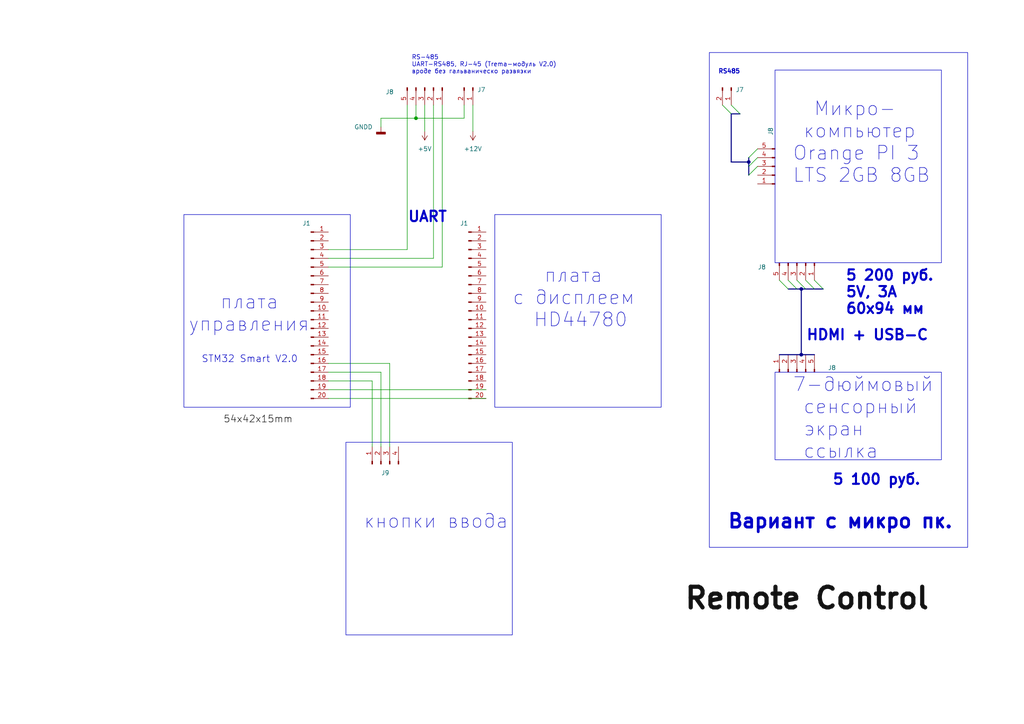
<source format=kicad_sch>
(kicad_sch (version 20230409) (generator eeschema)
  (paper "A4")
  (title_block (title "https://github.com/vlasikov/PCB-KiCad-EcoStrada"))
  (lib_symbols
    (symbol "Connector:Conn_01x02_Male" (pin_names (offset 1.016) hide)
      (property "Reference" "J" (at 0 2.54 0))
      (property "Value" "Conn_01x02_Male" (at 0 -5.08 0))
      (symbol "Conn_01x02_Male_1_1"
        (polyline (pts (xy 1.27 -2.54) (xy 0.8636 -2.54)) (stroke (width 0.1524)))
        (polyline (pts (xy 1.27 0) (xy 0.8636 0)) (stroke (width 0.1524)))
        (rectangle (start 0.8636 -2.413) (end 0 -2.667) (stroke (width 0.1524)) (fill (type outline)))
        (rectangle (start 0.8636 0.127) (end 0 -0.127) (stroke (width 0.1524)) (fill (type outline)))
        (pin passive line (at 5.08 0 180) (length 3.81) (name "Pin_1") (number "1"))
        (pin passive line (at 5.08 -2.54 180) (length 3.81) (name "Pin_2") (number "2"))
      )
    )
    (symbol "Connector:Conn_01x04_Male" (pin_names (offset 1.016) hide)
      (property "Reference" "J" (at 0 5.08 0))
      (property "Value" "Conn_01x04_Male" (at 0 -7.62 0))
      (symbol "Conn_01x04_Male_1_1"
        (polyline (pts (xy 1.27 -5.08) (xy 0.8636 -5.08)) (stroke (width 0.1524)))
        (polyline (pts (xy 1.27 -2.54) (xy 0.8636 -2.54)) (stroke (width 0.1524)))
        (polyline (pts (xy 1.27 0) (xy 0.8636 0)) (stroke (width 0.1524)))
        (polyline (pts (xy 1.27 2.54) (xy 0.8636 2.54)) (stroke (width 0.1524)))
        (rectangle (start 0.8636 -4.953) (end 0 -5.207) (stroke (width 0.1524)) (fill (type outline)))
        (rectangle (start 0.8636 -2.413) (end 0 -2.667) (stroke (width 0.1524)) (fill (type outline)))
        (rectangle (start 0.8636 0.127) (end 0 -0.127) (stroke (width 0.1524)) (fill (type outline)))
        (rectangle (start 0.8636 2.667) (end 0 2.413) (stroke (width 0.1524)) (fill (type outline)))
        (pin passive line (at 5.08 2.54 180) (length 3.81) (name "Pin_1") (number "1"))
        (pin passive line (at 5.08 0 180) (length 3.81) (name "Pin_2") (number "2"))
        (pin passive line (at 5.08 -2.54 180) (length 3.81) (name "Pin_3") (number "3"))
        (pin passive line (at 5.08 -5.08 180) (length 3.81) (name "Pin_4") (number "4"))
      )
    )
    (symbol "Connector:Conn_01x05_Male" (pin_names (offset 1.016) hide)
      (property "Reference" "J" (at 0 7.62 0))
      (property "Value" "Conn_01x05_Male" (at 0 -7.62 0))
      (symbol "Conn_01x05_Male_1_1"
        (polyline (pts (xy 1.27 -5.08) (xy 0.8636 -5.08)) (stroke (width 0.1524)))
        (polyline (pts (xy 1.27 -2.54) (xy 0.8636 -2.54)) (stroke (width 0.1524)))
        (polyline (pts (xy 1.27 0) (xy 0.8636 0)) (stroke (width 0.1524)))
        (polyline (pts (xy 1.27 2.54) (xy 0.8636 2.54)) (stroke (width 0.1524)))
        (polyline (pts (xy 1.27 5.08) (xy 0.8636 5.08)) (stroke (width 0.1524)))
        (rectangle (start 0.8636 -4.953) (end 0 -5.207) (stroke (width 0.1524)) (fill (type outline)))
        (rectangle (start 0.8636 -2.413) (end 0 -2.667) (stroke (width 0.1524)) (fill (type outline)))
        (rectangle (start 0.8636 0.127) (end 0 -0.127) (stroke (width 0.1524)) (fill (type outline)))
        (rectangle (start 0.8636 2.667) (end 0 2.413) (stroke (width 0.1524)) (fill (type outline)))
        (rectangle (start 0.8636 5.207) (end 0 4.953) (stroke (width 0.1524)) (fill (type outline)))
        (pin passive line (at 5.08 5.08 180) (length 3.81) (name "Pin_1") (number "1"))
        (pin passive line (at 5.08 2.54 180) (length 3.81) (name "Pin_2") (number "2"))
        (pin passive line (at 5.08 0 180) (length 3.81) (name "Pin_3") (number "3"))
        (pin passive line (at 5.08 -2.54 180) (length 3.81) (name "Pin_4") (number "4"))
        (pin passive line (at 5.08 -5.08 180) (length 3.81) (name "Pin_5") (number "5"))
      )
    )
    (symbol "Connector:Conn_01x20_Male" (pin_names (offset 1.016) hide)
      (property "Reference" "J" (at 0 25.4 0))
      (property "Value" "Conn_01x20_Male" (at 0 -27.94 0))
      (symbol "Conn_01x20_Male_1_1"
        (polyline (pts (xy 1.27 -25.4) (xy 0.8636 -25.4)) (stroke (width 0.1524)))
        (polyline (pts (xy 1.27 -22.86) (xy 0.8636 -22.86)) (stroke (width 0.1524)))
        (polyline (pts (xy 1.27 -20.32) (xy 0.8636 -20.32)) (stroke (width 0.1524)))
        (polyline (pts (xy 1.27 -17.78) (xy 0.8636 -17.78)) (stroke (width 0.1524)))
        (polyline (pts (xy 1.27 -15.24) (xy 0.8636 -15.24)) (stroke (width 0.1524)))
        (polyline (pts (xy 1.27 -12.7) (xy 0.8636 -12.7)) (stroke (width 0.1524)))
        (polyline (pts (xy 1.27 -10.16) (xy 0.8636 -10.16)) (stroke (width 0.1524)))
        (polyline (pts (xy 1.27 -7.62) (xy 0.8636 -7.62)) (stroke (width 0.1524)))
        (polyline (pts (xy 1.27 -5.08) (xy 0.8636 -5.08)) (stroke (width 0.1524)))
        (polyline (pts (xy 1.27 -2.54) (xy 0.8636 -2.54)) (stroke (width 0.1524)))
        (polyline (pts (xy 1.27 0) (xy 0.8636 0)) (stroke (width 0.1524)))
        (polyline (pts (xy 1.27 2.54) (xy 0.8636 2.54)) (stroke (width 0.1524)))
        (polyline (pts (xy 1.27 5.08) (xy 0.8636 5.08)) (stroke (width 0.1524)))
        (polyline (pts (xy 1.27 7.62) (xy 0.8636 7.62)) (stroke (width 0.1524)))
        (polyline (pts (xy 1.27 10.16) (xy 0.8636 10.16)) (stroke (width 0.1524)))
        (polyline (pts (xy 1.27 12.7) (xy 0.8636 12.7)) (stroke (width 0.1524)))
        (polyline (pts (xy 1.27 15.24) (xy 0.8636 15.24)) (stroke (width 0.1524)))
        (polyline (pts (xy 1.27 17.78) (xy 0.8636 17.78)) (stroke (width 0.1524)))
        (polyline (pts (xy 1.27 20.32) (xy 0.8636 20.32)) (stroke (width 0.1524)))
        (polyline (pts (xy 1.27 22.86) (xy 0.8636 22.86)) (stroke (width 0.1524)))
        (rectangle (start 0.8636 -25.273) (end 0 -25.527) (stroke (width 0.1524)) (fill (type outline)))
        (rectangle (start 0.8636 -22.733) (end 0 -22.987) (stroke (width 0.1524)) (fill (type outline)))
        (rectangle (start 0.8636 -20.193) (end 0 -20.447) (stroke (width 0.1524)) (fill (type outline)))
        (rectangle (start 0.8636 -17.653) (end 0 -17.907) (stroke (width 0.1524)) (fill (type outline)))
        (rectangle (start 0.8636 -15.113) (end 0 -15.367) (stroke (width 0.1524)) (fill (type outline)))
        (rectangle (start 0.8636 -12.573) (end 0 -12.827) (stroke (width 0.1524)) (fill (type outline)))
        (rectangle (start 0.8636 -10.033) (end 0 -10.287) (stroke (width 0.1524)) (fill (type outline)))
        (rectangle (start 0.8636 -7.493) (end 0 -7.747) (stroke (width 0.1524)) (fill (type outline)))
        (rectangle (start 0.8636 -4.953) (end 0 -5.207) (stroke (width 0.1524)) (fill (type outline)))
        (rectangle (start 0.8636 -2.413) (end 0 -2.667) (stroke (width 0.1524)) (fill (type outline)))
        (rectangle (start 0.8636 0.127) (end 0 -0.127) (stroke (width 0.1524)) (fill (type outline)))
        (rectangle (start 0.8636 2.667) (end 0 2.413) (stroke (width 0.1524)) (fill (type outline)))
        (rectangle (start 0.8636 5.207) (end 0 4.953) (stroke (width 0.1524)) (fill (type outline)))
        (rectangle (start 0.8636 7.747) (end 0 7.493) (stroke (width 0.1524)) (fill (type outline)))
        (rectangle (start 0.8636 10.287) (end 0 10.033) (stroke (width 0.1524)) (fill (type outline)))
        (rectangle (start 0.8636 12.827) (end 0 12.573) (stroke (width 0.1524)) (fill (type outline)))
        (rectangle (start 0.8636 15.367) (end 0 15.113) (stroke (width 0.1524)) (fill (type outline)))
        (rectangle (start 0.8636 17.907) (end 0 17.653) (stroke (width 0.1524)) (fill (type outline)))
        (rectangle (start 0.8636 20.447) (end 0 20.193) (stroke (width 0.1524)) (fill (type outline)))
        (rectangle (start 0.8636 22.987) (end 0 22.733) (stroke (width 0.1524)) (fill (type outline)))
        (pin passive line (at 5.08 22.86 180) (length 3.81) (name "Pin_1") (number "1"))
        (pin passive line (at 5.08 0 180) (length 3.81) (name "Pin_10") (number "10"))
        (pin passive line (at 5.08 -2.54 180) (length 3.81) (name "Pin_11") (number "11"))
        (pin passive line (at 5.08 -5.08 180) (length 3.81) (name "Pin_12") (number "12"))
        (pin passive line (at 5.08 -7.62 180) (length 3.81) (name "Pin_13") (number "13"))
        (pin passive line (at 5.08 -10.16 180) (length 3.81) (name "Pin_14") (number "14"))
        (pin passive line (at 5.08 -12.7 180) (length 3.81) (name "Pin_15") (number "15"))
        (pin passive line (at 5.08 -15.24 180) (length 3.81) (name "Pin_16") (number "16"))
        (pin passive line (at 5.08 -17.78 180) (length 3.81) (name "Pin_17") (number "17"))
        (pin passive line (at 5.08 -20.32 180) (length 3.81) (name "Pin_18") (number "18"))
        (pin passive line (at 5.08 -22.86 180) (length 3.81) (name "Pin_19") (number "19"))
        (pin passive line (at 5.08 20.32 180) (length 3.81) (name "Pin_2") (number "2"))
        (pin passive line (at 5.08 -25.4 180) (length 3.81) (name "Pin_20") (number "20"))
        (pin passive line (at 5.08 17.78 180) (length 3.81) (name "Pin_3") (number "3"))
        (pin passive line (at 5.08 15.24 180) (length 3.81) (name "Pin_4") (number "4"))
        (pin passive line (at 5.08 12.7 180) (length 3.81) (name "Pin_5") (number "5"))
        (pin passive line (at 5.08 10.16 180) (length 3.81) (name "Pin_6") (number "6"))
        (pin passive line (at 5.08 7.62 180) (length 3.81) (name "Pin_7") (number "7"))
        (pin passive line (at 5.08 5.08 180) (length 3.81) (name "Pin_8") (number "8"))
        (pin passive line (at 5.08 2.54 180) (length 3.81) (name "Pin_9") (number "9"))
      )
    )
    (symbol "power:+12V" (power) (pin_names (offset 0))
      (property "Value" "+12V" (at 0 3.556 0))
      (symbol "+12V_0_1"
        (polyline (pts (xy -0.762 1.27) (xy 0 2.54)))
        (polyline (pts (xy 0 0) (xy 0 2.54)))
        (polyline (pts (xy 0 2.54) (xy 0.762 1.27)))
      )
      (symbol "+12V_1_1"
        (pin power_in line (at 0 0 90) (length 0) hide (name "+12V") (number "1"))
      )
    )
    (symbol "power:+5V" (power) (pin_names (offset 0))
      (property "Value" "+5V" (at 0 3.556 0))
      (symbol "+5V_0_1"
        (polyline (pts (xy -0.762 1.27) (xy 0 2.54)))
        (polyline (pts (xy 0 0) (xy 0 2.54)))
        (polyline (pts (xy 0 2.54) (xy 0.762 1.27)))
      )
      (symbol "+5V_1_1"
        (pin power_in line (at 0 0 90) (length 0) hide (name "+5V") (number "1"))
      )
    )
    (symbol "power:GNDD" (power) (pin_names (offset 0))
      (property "Value" "GNDD" (at 0 -3.175 0))
      (symbol "GNDD_0_1"
        (rectangle (start -1.27 -1.524) (end 1.27 -2.032) (stroke (width 0.254)) (fill (type outline)))
        (polyline (pts (xy 0 0) (xy 0 -1.524)))
      )
      (symbol "GNDD_1_1"
        (pin power_in line (at 0 0 270) (length 0) hide (name "GNDD") (number "1"))
      )
    )
  )
  (junction (at 217.17 46.99))
  (junction (at 232.41 102.87))
  (junction (at 232.41 83.82))
  (junction (at 120.65 34.29))
  (bus_entry (at 219.71 43.18) (size -2.54 2.54))
  (bus_entry (at 212.09 30.48) (size 2.54 2.54))
  (bus_entry (at 236.22 81.28) (size 2.54 2.54))
  (bus_entry (at 228.6 81.28) (size 2.54 2.54))
  (bus_entry (at 233.68 81.28) (size 2.54 2.54))
  (bus_entry (at 231.14 81.28) (size 2.54 2.54))
  (bus_entry (at 209.55 30.48) (size 2.54 2.54))
  (bus_entry (at 219.71 48.26) (size -2.54 2.54))
  (bus_entry (at 226.06 81.28) (size 2.54 2.54))
  (bus_entry (at 219.71 45.72) (size -2.54 2.54))
  (bus (pts (xy 217.17 46.99) (xy 212.09 46.99)))
  (wire (pts (xy 110.49 34.29) (xy 120.65 34.29)))
  (wire (pts (xy 120.65 34.29) (xy 120.65 30.48)))
  (bus (pts (xy 226.06 102.87) (xy 232.41 102.87)))
  (bus (pts (xy 217.17 48.26) (xy 217.17 50.8)))
  (bus (pts (xy 228.6 83.82) (xy 231.14 83.82)))
  (wire (pts (xy 113.03 105.41) (xy 95.25 105.41)))
  (wire (pts (xy 110.49 129.54) (xy 110.49 107.95)))
  (bus (pts (xy 212.09 33.02) (xy 214.63 33.02)))
  (wire (pts (xy 128.27 77.47) (xy 95.25 77.47)))
  (wire (pts (xy 137.16 30.48) (xy 137.16 38.1)))
  (wire (pts (xy 125.73 74.93) (xy 95.25 74.93)))
  (bus (pts (xy 232.41 102.87) (xy 236.22 102.87)))
  (bus (pts (xy 236.22 83.82) (xy 238.76 83.82)))
  (wire (pts (xy 134.62 34.29) (xy 120.65 34.29)))
  (bus (pts (xy 217.17 45.72) (xy 217.17 46.99)))
  (bus (pts (xy 232.41 83.82) (xy 233.68 83.82)))
  (wire (pts (xy 110.49 36.83) (xy 110.49 34.29)))
  (bus (pts (xy 232.41 83.82) (xy 232.41 102.87)))
  (wire (pts (xy 107.95 110.49) (xy 95.25 110.49)))
  (bus (pts (xy 212.09 33.02) (xy 212.09 46.99)))
  (wire (pts (xy 95.25 115.57) (xy 140.97 115.57)))
  (wire (pts (xy 107.95 129.54) (xy 107.95 110.49)))
  (bus (pts (xy 231.14 83.82) (xy 232.41 83.82)))
  (wire (pts (xy 128.27 30.48) (xy 128.27 77.47)))
  (wire (pts (xy 123.19 30.48) (xy 123.19 38.1)))
  (wire (pts (xy 95.25 113.03) (xy 140.97 113.03)))
  (wire (pts (xy 118.11 72.39) (xy 95.25 72.39)))
  (bus (pts (xy 217.17 46.99) (xy 217.17 48.26)))
  (wire (pts (xy 110.49 107.95) (xy 95.25 107.95)))
  (wire (pts (xy 125.73 30.48) (xy 125.73 74.93)))
  (wire (pts (xy 113.03 129.54) (xy 113.03 105.41)))
  (bus (pts (xy 233.68 83.82) (xy 236.22 83.82)))
  (wire (pts (xy 118.11 30.48) (xy 118.11 72.39)))
  (wire (pts (xy 134.62 30.48) (xy 134.62 34.29)))
  (rectangle (start 224.79 20.32) (end 273.05 76.2))
  (rectangle (start 224.79 107.95) (end 273.05 133.35))
  (rectangle (start 100.33 128.27) (end 148.59 184.15))
  (rectangle (start 143.51 62.23) (end 191.77 118.11))
  (rectangle (start 205.74 15.24) (end 280.67 158.75))
  (rectangle (start 53.34 62.23) (end 101.6 118.11))
  (text "  Микро-\n компьютер \nOrange PI 3 \nLTS 2GB 8GB" (at 229.87 53.34 0) (effects (font (size 4 4)) (justify left bottom)))
  (text "HDMI + USB-C" (at 233.68 99.06 0) (effects (font (size 3 3) bold) (justify left bottom)))
  (text "RS-485\nUART-RS485, RJ-45 (Trema-модуль V2.0)\nвроде без гальваническо развязки" (at 119.38 21.59 0) (effects (font (size 1.27 1.27)) (justify left bottom)))
  (text "Вариант с микро пк." (at 210.82 153.67 0) (effects (font (size 4 4) bold) (justify left bottom)))
  (text "STM32 Smart V2.0" (at 58.42 105.41 0) (effects (font (size 2 2)) (justify left bottom)))
  (text "RS485" (at 208.28 21.59 0) (effects (font (size 1.27 1.27) bold) (justify left bottom)))
  (text "5 200 руб.\n5V, 3А\n60x94 мм" (at 245.11 91.44 0) (effects (font (size 3 3) bold) (justify left bottom)))
  (text "кнопки ввода" (at 105.41 153.67 0) (effects (font (size 4 4)) (justify left bottom)))
  (text "   плата\nc дисплеем\n  HD44780" (at 148.59 95.25 0) (effects (font (size 4 4)) (justify left bottom)))
  (text "7-дюймовый\n сенсорный \n экран\n ссылка" (at 229.87 133.35 0) (effects (font (size 4 4)) (justify left bottom)))
  (text "5 100 руб." (at 241.3 140.97 0) (effects (font (size 3 3) bold) (justify left bottom)))
  (text "UART" (at 118.11 64.77 0) (effects (font (size 3 3) bold) (justify left bottom)))
  (text "   плата\nуправления" (at 54.61 96.52 0) (effects (font (size 4 4)) (justify left bottom)))
  (label "Remote Control" (at 198.12 179.07 0) (effects (font (size 6 6) (thickness 1.2) bold)))
  (label "54x42x15mm" (at 64.77 123.19 0) (effects (font (size 2 2))))
  (symbol (lib_id "Connector:Conn_01x05_Male") (at 231.14 76.2 270) (unit 1)
    (property "Reference" "J8" (at 220.98 77.47 90))
    (property "Value" "Conn_01x05_Male" (effects hide))
    (instances (project "new" (path "" (reference "J8") (unit 1)) (path "" (reference "J15") (unit 1))))
  )
  (symbol (lib_id "power:+12V") (at 137.16 38.1 180) (unit 1)
    (property "Reference" "#PWR012" (effects hide))
    (property "Value" "+12V" (at 137.16 43.18 0))
    (instances (project "new" (path "" (reference "#PWR012") (unit 1)) (path "" (reference "#PWR020") (unit 1))))
  )
  (symbol (lib_id "power:GNDD") (at 110.49 36.83 0) (unit 1)
    (property "Reference" "#PWR011" (effects hide))
    (property "Value" "GNDD" (at 105.41 36.83 0))
    (instances (project "new" (path "" (reference "#PWR011") (unit 1)) (path "" (reference "#PWR013") (unit 1))))
  )
  (symbol (lib_id "Connector:Conn_01x05_Male") (at 224.79 48.26 180) (unit 1)
    (property "Reference" "J8" (at 223.52 38.1 90))
    (property "Value" "Conn_01x05_Male" (effects hide))
    (instances (project "new" (path "" (reference "J8") (unit 1)) (path "" (reference "J17") (unit 1))))
  )
  (symbol (lib_id "Connector:Conn_01x05_Male") (at 231.14 107.95 90) (unit 1)
    (property "Reference" "J8" (at 241.3 106.68 90))
    (property "Value" "Conn_01x05_Male" (effects hide))
    (instances (project "new" (path "" (reference "J8") (unit 1)) (path "" (reference "J16") (unit 1))))
  )
  (symbol (lib_id "Connector:Conn_01x20_Male") (at 90.17 90.17 0) (unit 1)
    (property "Reference" "J1" (at 88.9 64.77 0))
    (property "Value" "Conn_01x20_Male" (effects hide))
    (property "Footprint" "Connector_PinHeader_2.54mm:PinHeader_1x20_P2.54mm_Vertical" (effects hide))
    (instances (project "new" (path "" (reference "J1") (unit 1)) (path "" (reference "J6") (unit 1))))
  )
  (symbol (lib_id "Connector:Conn_01x05_Male") (at 123.19 25.4 270) (unit 1)
    (property "Reference" "J8" (at 113.03 26.67 90))
    (property "Value" "Conn_01x05_Male" (effects hide))
    (instances (project "new" (path "" (reference "J8") (unit 1)) (path "" (reference "J11") (unit 1))))
  )
  (symbol (lib_id "Connector:Conn_01x20_Male") (at 135.89 90.17 0) (unit 1)
    (property "Reference" "J1" (at 134.62 64.77 0))
    (property "Value" "Conn_01x20_Male" (effects hide))
    (property "Footprint" "Connector_PinHeader_2.54mm:PinHeader_1x20_P2.54mm_Vertical" (effects hide))
    (instances (project "new" (path "" (reference "J1") (unit 1)) (path "" (reference "J13") (unit 1))))
  )
  (symbol (lib_id "power:+5V") (at 123.19 38.1 180) (unit 1)
    (property "Reference" "#PWR010" (effects hide))
    (property "Value" "+5V" (at 123.19 43.18 0))
    (instances (project "new" (path "" (reference "#PWR010") (unit 1)) (path "" (reference "#PWR017") (unit 1))))
  )
  (symbol (lib_id "Connector:Conn_01x02_Male") (at 212.09 25.4 270) (unit 1)
    (property "Reference" "J7" (at 213.36 26.035 90) (effects (justify left)))
    (property "Value" "Conn_01x02_Male" (effects hide))
    (instances (project "new" (path "" (reference "J7") (unit 1)) (path "" (reference "J18") (unit 1))))
  )
  (symbol (lib_id "Connector:Conn_01x04_Male") (at 110.49 134.62 90) (unit 1)
    (property "Reference" "J9" (at 111.76 137.16 90))
    (property "Value" "Conn_01x04_Male" (effects hide))
    (instances (project "new" (path "" (reference "J9") (unit 1)) (path "" (reference "J14") (unit 1))))
  )
  (symbol (lib_id "Connector:Conn_01x02_Male") (at 137.16 25.4 270) (unit 1)
    (property "Reference" "J7" (at 138.43 26.035 90) (effects (justify left)))
    (property "Value" "Conn_01x02_Male" (effects hide))
    (instances (project "new" (path "" (reference "J7") (unit 1)) (path "" (reference "J12") (unit 1))))
  )
)
</source>
